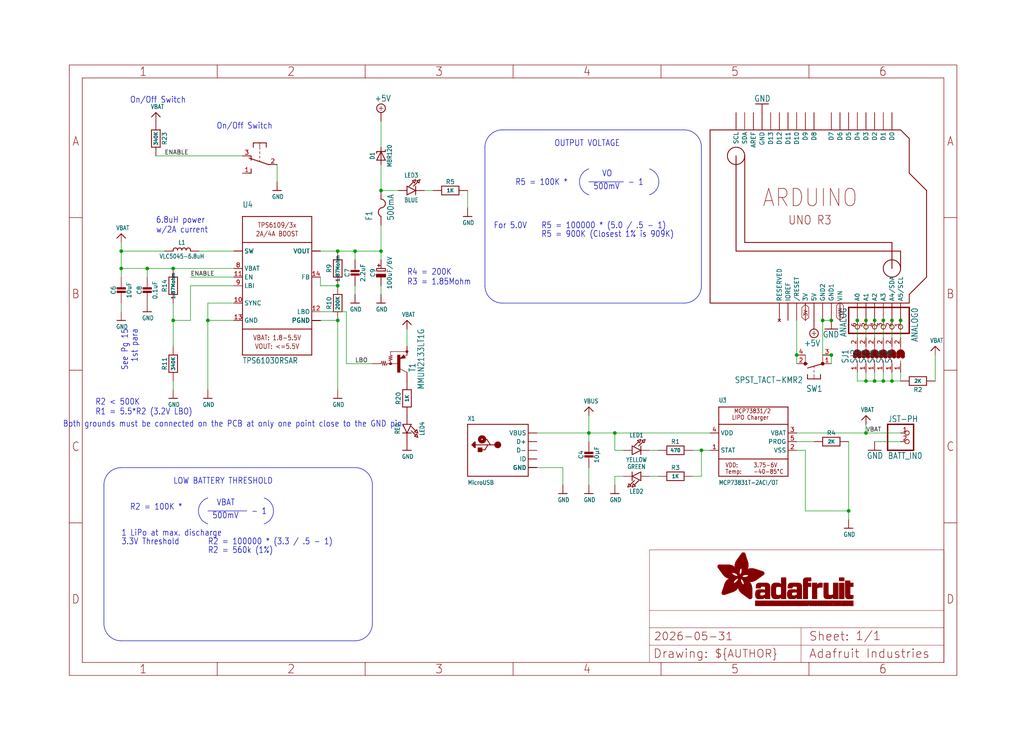
<source format=kicad_sch>
(kicad_sch (version 20230121) (generator eeschema)
  (paper "User" 300.38 217.322)
  (lib_symbols
    (symbol "working-eagle-import:+5V" (power)
      (property "Value" "+5V" (at -1.905 3.175 0))
      (symbol "+5V_1_0"
        (pin power_in line (at 0 -2.54 90) (length 2.54) (name "+5V") (number "1"))
      )
    )
    (symbol "working-eagle-import:-PNP_DRIVER-SC59-BEC"
      (property "Reference" "T" (at -10.16 7.62 0))
      (symbol "-PNP_DRIVER-SC59-BEC_1_0"
        (pin passive line (at -7.62 0 0) (length 2.54) (name "B") (number "B"))
        (pin passive line (at 2.54 -5.08 90) (length 2.54) (name "C") (number "C"))
        (pin passive line (at 2.54 5.08 270) (length 2.54) (name "E") (number "E"))
      )
    )
    (symbol "working-eagle-import:ARDUINOR3-NOSILK"
      (symbol "ARDUINOR3-NOSILK_1_0"
        (text "ARDUINO" (at -17.78 2.54 0) (effects (font (size 5.08 4.318)) (justify left bottom)))
        (text "UNO R3" (at -10.16 -2.54 0) (effects (font (size 2.54 2.159)) (justify left bottom)))
        (pin power_in line (at -5.08 -30.48 90) (length 5.08) (name "3V") (number "3V"))
        (pin power_in line (at -2.54 -30.48 90) (length 5.08) (name "5V") (number "5V"))
        (pin bidirectional line (at 10.16 -30.48 90) (length 5.08) (name "A0") (number "A0"))
        (pin bidirectional line (at 12.7 -30.48 90) (length 5.08) (name "A1") (number "A1"))
        (pin bidirectional line (at 15.24 -30.48 90) (length 5.08) (name "A2") (number "A2"))
        (pin bidirectional line (at 17.78 -30.48 90) (length 5.08) (name "A3") (number "A3"))
        (pin bidirectional line (at 20.32 -30.48 90) (length 5.08) (name "A4/SDA") (number "A4"))
        (pin bidirectional line (at 22.86 -30.48 90) (length 5.08) (name "A5/SCL") (number "A5"))
        (pin bidirectional line (at -20.32 30.48 270) (length 5.08) (name "AREF") (number "AREF"))
        (pin bidirectional line (at 20.32 30.48 270) (length 5.08) (name "D0") (number "D0"))
        (pin bidirectional line (at 17.78 30.48 270) (length 5.08) (name "D1") (number "D1"))
        (pin bidirectional line (at -7.62 30.48 270) (length 5.08) (name "D10") (number "D10"))
        (pin bidirectional line (at -10.16 30.48 270) (length 5.08) (name "D11") (number "D11"))
        (pin bidirectional line (at -12.7 30.48 270) (length 5.08) (name "D12") (number "D12"))
        (pin bidirectional line (at -15.24 30.48 270) (length 5.08) (name "D13") (number "D13"))
        (pin bidirectional line (at 15.24 30.48 270) (length 5.08) (name "D2") (number "D2"))
        (pin bidirectional line (at 12.7 30.48 270) (length 5.08) (name "D3") (number "D3"))
        (pin bidirectional line (at 10.16 30.48 270) (length 5.08) (name "D4") (number "D4"))
        (pin bidirectional line (at 7.62 30.48 270) (length 5.08) (name "D5") (number "D5"))
        (pin bidirectional line (at 5.08 30.48 270) (length 5.08) (name "D6") (number "D6"))
        (pin bidirectional line (at 2.54 30.48 270) (length 5.08) (name "D7") (number "D7"))
        (pin bidirectional line (at -2.54 30.48 270) (length 5.08) (name "D8") (number "D8"))
        (pin bidirectional line (at -5.08 30.48 270) (length 5.08) (name "D9") (number "D9"))
        (pin power_in line (at -17.78 30.48 270) (length 5.08) (name "GND") (number "GND"))
        (pin power_in line (at 2.54 -30.48 90) (length 5.08) (name "GND1") (number "GND1"))
        (pin power_in line (at 0 -30.48 90) (length 5.08) (name "GND2") (number "GND2"))
        (pin output line (at -10.16 -30.48 90) (length 5.08) (name "IOREF") (number "IOREF"))
        (pin no_connect line (at -12.7 -30.48 90) (length 5.08) (name "RESERVED") (number "RESERVED"))
        (pin bidirectional line (at -7.62 -30.48 90) (length 5.08) (name "/RESET") (number "RESET"))
        (pin bidirectional line (at -25.4 30.48 270) (length 5.08) (name "SCL") (number "SCL"))
        (pin bidirectional line (at -22.86 30.48 270) (length 5.08) (name "SDA") (number "SDA"))
        (pin power_in line (at 5.08 -30.48 90) (length 5.08) (name "VIN") (number "VIN"))
      )
    )
    (symbol "working-eagle-import:CAP_CERAMIC0805-NOOUTLINE"
      (property "Reference" "C" (at -2.29 1.25 90))
      (symbol "CAP_CERAMIC0805-NOOUTLINE_1_0"
        (pin passive line (at 0 5.08 270) (length 2.54) (name "1") (number "1"))
        (pin passive line (at 0 -2.54 90) (length 2.54) (name "2") (number "2"))
      )
    )
    (symbol "working-eagle-import:CAP_TANTALUMB/3528_REFLOW"
      (property "Reference" "C" (at -2.39 1.25 90))
      (symbol "CAP_TANTALUMB/3528_REFLOW_1_0"
        (pin passive line (at 0 5.08 270) (length 2.54) (name "+") (number "+"))
        (pin passive line (at 0 -2.54 90) (length 2.54) (name "-") (number "-"))
      )
    )
    (symbol "working-eagle-import:DIODE-SCHOTTKYSOD-123"
      (property "Reference" "D" (at 0 2.54 0))
      (symbol "DIODE-SCHOTTKYSOD-123_1_0"
        (pin passive line (at -2.54 0 0) (length 2.54) (name "A") (number "A"))
        (pin passive line (at 2.54 0 180) (length 2.54) (name "C") (number "C"))
      )
    )
    (symbol "working-eagle-import:FIDUCIAL")
    (symbol "working-eagle-import:FRAME_A4_ADAFRUIT"
      (symbol "FRAME_A4_ADAFRUIT_1_0"
        (text "${#}/${##}" (at 230.505 10.16 0) (effects (font (size 2.54 2.54)) (justify left bottom)))
        (text "${AUTHOR}" (at 189.23 5.08 0) (effects (font (size 2.286 2.286)) (justify left bottom)))
        (text "${CURRENT_DATE}" (at 171.45 10.16 0) (effects (font (size 2.286 2.286)) (justify left bottom)))
        (text "${PROJECTNAME}" (at 171.45 15.24 0) (effects (font (size 2.54 2.54)) (justify left bottom)))
        (text "1" (at 21.6958 1.905 0) (effects (font (size 2.54 2.286))))
        (text "1" (at 21.6958 177.165 0) (effects (font (size 2.54 2.286))))
        (text "2" (at 65.0875 1.905 0) (effects (font (size 2.54 2.286))))
        (text "2" (at 65.0875 177.165 0) (effects (font (size 2.54 2.286))))
        (text "3" (at 108.4792 1.905 0) (effects (font (size 2.54 2.286))))
        (text "3" (at 108.4792 177.165 0) (effects (font (size 2.54 2.286))))
        (text "4" (at 151.8708 1.905 0) (effects (font (size 2.54 2.286))))
        (text "4" (at 151.8708 177.165 0) (effects (font (size 2.54 2.286))))
        (text "5" (at 195.2625 1.905 0) (effects (font (size 2.54 2.286))))
        (text "5" (at 195.2625 177.165 0) (effects (font (size 2.54 2.286))))
        (text "6" (at 238.6542 1.905 0) (effects (font (size 2.54 2.286))))
        (text "6" (at 238.6542 177.165 0) (effects (font (size 2.54 2.286))))
        (text "A" (at 1.905 156.6863 0) (effects (font (size 2.54 2.286))))
        (text "A" (at 258.445 156.6863 0) (effects (font (size 2.54 2.286))))
        (text "Adafruit Industries" (at 216.916 4.953 0) (effects (font (size 2.54 2.54)) (justify left bottom)))
        (text "B" (at 1.905 111.9188 0) (effects (font (size 2.54 2.286))))
        (text "B" (at 258.445 111.9188 0) (effects (font (size 2.54 2.286))))
        (text "C" (at 1.905 67.1513 0) (effects (font (size 2.54 2.286))))
        (text "C" (at 258.445 67.1513 0) (effects (font (size 2.54 2.286))))
        (text "D" (at 1.905 22.3838 0) (effects (font (size 2.54 2.286))))
        (text "D" (at 258.445 22.3838 0) (effects (font (size 2.54 2.286))))
        (text "Drawing:" (at 171.196 4.953 0) (effects (font (size 2.54 2.54)) (justify left bottom)))
        (text "Sheet:" (at 216.916 10.033 0) (effects (font (size 2.54 2.54)) (justify left bottom)))
      )
    )
    (symbol "working-eagle-import:GND" (power)
      (property "Value" "GND" (at -2.54 -2.54 0))
      (symbol "GND_1_0"
        (pin power_in line (at 0 2.54 270) (length 2.54) (name "GND") (number "1"))
      )
    )
    (symbol "working-eagle-import:INDUCTORTDK_VLC5045"
      (property "Reference" "L" (at 0 2.54 0))
      (symbol "INDUCTORTDK_VLC5045_1_0"
        (pin passive line (at -5.08 0 0) (length 2.54) (name "1") (number "P$1"))
        (pin passive line (at 5.08 0 180) (length 2.54) (name "2") (number "P$2"))
      )
    )
    (symbol "working-eagle-import:JST_2PIN-SMT"
      (property "Reference" "CN" (at -6.35 5.715 0))
      (symbol "JST_2PIN-SMT_1_0"
        (pin passive inverted (at -2.54 0 0) (length 2.54) (name "2") (number "1"))
        (pin passive inverted (at -2.54 2.54 0) (length 2.54) (name "1") (number "2"))
      )
    )
    (symbol "working-eagle-import:LED0805_NOOUTLINE"
      (property "Reference" "D" (at -1.27 4.445 0))
      (symbol "LED0805_NOOUTLINE_1_0"
        (pin passive line (at -5.08 0 0) (length 2.54) (name "A") (number "A"))
        (pin passive line (at 2.54 0 180) (length 2.54) (name "C") (number "C"))
      )
    )
    (symbol "working-eagle-import:MCP73831/2"
      (property "Reference" "U" (at -10.16 11.43 0))
      (symbol "MCP73831/2_1_0"
        (text "-40-85°C" (at 0 -9.525 0) (effects (font (size 1.27 1.0795)) (justify left bottom)))
        (text "3.75-6V" (at 0 -7.62 0) (effects (font (size 1.27 1.0795)) (justify left bottom)))
        (text "LIPO Charger" (at -6.35 6.35 0) (effects (font (size 1.27 1.0795)) (justify left bottom)))
        (text "MCP73831/2" (at -5.715 8.255 0) (effects (font (size 1.27 1.0795)) (justify left bottom)))
        (text "Temp:" (at -8.255 -9.525 0) (effects (font (size 1.27 1.0795)) (justify left bottom)))
        (text "VDD:" (at -8.255 -7.62 0) (effects (font (size 1.27 1.0795)) (justify left bottom)))
        (pin output line (at -12.7 -2.54 0) (length 2.54) (name "STAT") (number "1"))
        (pin power_in line (at 12.7 -2.54 180) (length 2.54) (name "VSS") (number "2"))
        (pin power_in line (at 12.7 2.54 180) (length 2.54) (name "VBAT") (number "3"))
        (pin power_in line (at -12.7 2.54 0) (length 2.54) (name "VDD") (number "4"))
        (pin input line (at 12.7 0 180) (length 2.54) (name "PROG") (number "5"))
      )
    )
    (symbol "working-eagle-import:OS102011MA1Q"
      (symbol "OS102011MA1Q_1_0"
        (pin passive line (at 2.54 5.08 270) (length 2.54) (name "S") (number "1"))
        (pin passive line (at 0 -5.08 90) (length 2.54) (name "P") (number "2"))
        (pin passive line (at -2.54 5.08 270) (length 2.54) (name "O") (number "3"))
      )
      (symbol "OS102011MA1Q_2_0"
        (pin passive line (at 0 0 0) (length 5.08) (name "MT") (number "MT1"))
      )
      (symbol "OS102011MA1Q_3_0"
        (pin passive line (at 0 0 0) (length 5.08) (name "MT") (number "MT2"))
      )
    )
    (symbol "working-eagle-import:PINHD-1X6"
      (property "Reference" "JP" (at -6.35 10.795 0))
      (symbol "PINHD-1X6_1_0"
        (pin passive inverted (at -2.54 7.62 0) (length 2.54) (name "1") (number "1"))
        (pin passive inverted (at -2.54 5.08 0) (length 2.54) (name "2") (number "2"))
        (pin passive inverted (at -2.54 2.54 0) (length 2.54) (name "3") (number "3"))
        (pin passive inverted (at -2.54 0 0) (length 2.54) (name "4") (number "4"))
        (pin passive inverted (at -2.54 -2.54 0) (length 2.54) (name "5") (number "5"))
        (pin passive inverted (at -2.54 -5.08 0) (length 2.54) (name "6") (number "6"))
      )
    )
    (symbol "working-eagle-import:PTCFUSE-1206"
      (property "Reference" "F" (at -3.81 5.08 0))
      (symbol "PTCFUSE-1206_1_0"
        (pin passive line (at -5.08 2.54 0) (length 2.54) (name "1") (number "1"))
        (pin passive line (at 5.08 2.54 180) (length 2.54) (name "2") (number "2"))
      )
    )
    (symbol "working-eagle-import:RESISTOR0805_NOOUTLINE"
      (property "Reference" "R" (at 0 2.54 0))
      (symbol "RESISTOR0805_NOOUTLINE_1_0"
        (pin passive line (at -5.08 0 0) (length 2.54) (name "1") (number "1"))
        (pin passive line (at 5.08 0 180) (length 2.54) (name "2") (number "2"))
      )
    )
    (symbol "working-eagle-import:SOLDERJUMPER"
      (property "Reference" "SJ" (at -2.54 2.54 0))
      (symbol "SOLDERJUMPER_1_0"
        (pin passive line (at -5.08 0 0) (length 2.54) (name "1") (number "1"))
        (pin passive line (at 5.08 0 180) (length 2.54) (name "2") (number "2"))
      )
    )
    (symbol "working-eagle-import:SPST_TACT-KMR2"
      (property "Reference" "SW" (at -6.35 -2.54 90))
      (symbol "SPST_TACT-KMR2_1_0"
        (pin passive line (at 0 -5.08 90) (length 2.54) (name "P") (number "1"))
        (pin passive line (at 0 5.08 270) (length 2.54) (name "S") (number "2"))
        (pin passive line (at 2.54 -5.08 90) (length 2.54) (name "P1") (number "3"))
        (pin passive line (at 2.54 5.08 270) (length 2.54) (name "S1") (number "4"))
      )
    )
    (symbol "working-eagle-import:USBMICRO_20329"
      (property "Reference" "X" (at -10.16 8.636 0))
      (symbol "USBMICRO_20329_1_0"
        (pin power_in line (at 10.16 -5.08 180) (length 2.54) (name "GND") (number "BASE@1"))
        (pin power_in line (at 10.16 -5.08 180) (length 2.54) (name "GND") (number "BASE@2"))
        (pin bidirectional line (at 10.16 2.54 180) (length 2.54) (name "D+") (number "D+"))
        (pin bidirectional line (at 10.16 0 180) (length 2.54) (name "D-") (number "D-"))
        (pin power_in line (at 10.16 -5.08 180) (length 2.54) (name "GND") (number "GND"))
        (pin bidirectional line (at 10.16 -2.54 180) (length 2.54) (name "ID") (number "ID"))
        (pin power_in line (at 10.16 -5.08 180) (length 2.54) (name "GND") (number "SPRT@1"))
        (pin power_in line (at 10.16 -5.08 180) (length 2.54) (name "GND") (number "SPRT@2"))
        (pin power_in line (at 10.16 -5.08 180) (length 2.54) (name "GND") (number "SPRT@3"))
        (pin power_in line (at 10.16 -5.08 180) (length 2.54) (name "GND") (number "SPRT@4"))
        (pin power_in line (at 10.16 5.08 180) (length 2.54) (name "VBUS") (number "VBUS"))
      )
    )
    (symbol "working-eagle-import:VBAT" (power)
      (property "Value" "VBAT" (at -1.524 1.016 0))
      (symbol "VBAT_1_0"
        (pin power_in line (at 0 -2.54 90) (length 2.54) (name "VBAT") (number "1"))
      )
    )
    (symbol "working-eagle-import:VBUS" (power)
      (property "Value" "VBUS" (at -1.524 1.016 0))
      (symbol "VBUS_1_0"
        (pin power_in line (at 0 -2.54 90) (length 2.54) (name "VBUS") (number "1"))
      )
    )
    (symbol "working-eagle-import:VREG_TPS6103X"
      (property "Reference" "U" (at -10.16 22.86 0))
      (symbol "VREG_TPS6103X_1_0"
        (text "2A/4A BOOST" (at 0 15.24 0) (effects (font (size 1.4224 1.209))))
        (text "TPS6109/3x" (at 0 17.78 0) (effects (font (size 1.4224 1.209))))
        (text "VBAT: 1.8-5.5V" (at 0 -15.24 0) (effects (font (size 1.4224 1.209))))
        (text "VOUT: <=5.5V" (at 0 -17.78 0) (effects (font (size 1.4224 1.209))))
        (pin power_in line (at 12.7 10.16 180) (length 2.54) (name "VOUT") (number "1"))
        (pin input line (at -12.7 -5.08 0) (length 2.54) (name "SYNC") (number "10"))
        (pin input line (at -12.7 2.54 0) (length 2.54) (name "EN") (number "11"))
        (pin output line (at 12.7 -7.62 180) (length 2.54) (name "LBO") (number "12"))
        (pin power_in line (at -12.7 -10.16 0) (length 2.54) (name "GND") (number "13"))
        (pin input line (at 12.7 2.54 180) (length 2.54) (name "FB") (number "14"))
        (pin power_in line (at 12.7 10.16 180) (length 2.54) (name "VOUT") (number "15"))
        (pin power_in line (at 12.7 10.16 180) (length 2.54) (name "VOUT") (number "16"))
        (pin input line (at -12.7 10.16 0) (length 2.54) (name "SW") (number "3"))
        (pin input line (at -12.7 10.16 0) (length 2.54) (name "SW") (number "4"))
        (pin power_in line (at 12.7 -10.16 180) (length 2.54) (name "PGND") (number "5"))
        (pin power_in line (at 12.7 -10.16 180) (length 2.54) (name "PGND") (number "6"))
        (pin power_in line (at 12.7 -10.16 180) (length 2.54) (name "PGND") (number "7"))
        (pin input line (at -12.7 5.08 0) (length 2.54) (name "VBAT") (number "8"))
        (pin input line (at -12.7 0 0) (length 2.54) (name "LBI") (number "9"))
        (pin power_in line (at 12.7 -10.16 180) (length 2.54) (name "PGND") (number "P$18"))
        (pin power_in line (at 12.7 -10.16 180) (length 2.54) (name "PGND") (number "P$19"))
        (pin power_in line (at 12.7 -10.16 180) (length 2.54) (name "PGND") (number "P$20"))
        (pin power_in line (at 12.7 -10.16 180) (length 2.54) (name "PGND") (number "P$21"))
        (pin power_in line (at 12.7 -10.16 180) (length 2.54) (name "PGND") (number "P$22"))
        (pin power_in line (at 12.7 -10.16 180) (length 2.54) (name "PGND") (number "THERMAL"))
      )
    )
    (symbol "working-eagle-import:microbuilder_GND" (power)
      (property "Value" "microbuilder_GND" (at -1.524 -2.54 0))
      (symbol "microbuilder_GND_1_0"
        (pin power_in line (at 0 2.54 270) (length 2.54) (name "GND") (number "1"))
      )
    )
  )
  (junction (at 180.34 127))
  (junction (at 111.76 55.88))
  (junction (at 254 127))
  (junction (at 205.74 132.08))
  (junction (at 35.56 78.74))
  (junction (at 261.62 111.76))
  (junction (at 111.76 73.66))
  (junction (at 256.54 111.76))
  (junction (at 104.14 73.66))
  (junction (at 50.8 93.98))
  (junction (at 254 93.98))
  (junction (at 99.06 83.82))
  (junction (at 50.8 78.74))
  (junction (at 43.18 78.74))
  (junction (at 261.62 93.98))
  (junction (at 35.56 73.66))
  (junction (at 256.54 93.98))
  (junction (at 248.92 149.86))
  (junction (at 241.3 93.98))
  (junction (at 99.06 73.66))
  (junction (at 259.08 93.98))
  (junction (at 264.16 93.98))
  (junction (at 243.84 104.14))
  (junction (at 254 111.76))
  (junction (at 172.72 127))
  (junction (at 233.68 104.14))
  (junction (at 99.06 93.98))
  (junction (at 243.84 93.98))
  (junction (at 251.46 93.98))
  (junction (at 60.96 93.98))
  (junction (at 259.08 111.76))
  (wire (pts (xy 119.38 101.6) (xy 119.38 96.52)) (stroke (width 0.1524)))
  (wire (pts (xy 50.8 93.98) (xy 50.8 88.9)) (stroke (width 0.1524)))
  (wire (pts (xy 68.58 93.98) (xy 60.96 93.98)) (stroke (width 0.1524)))
  (wire (pts (xy 193.04 139.7) (xy 190.5 139.7)) (stroke (width 0.1524)))
  (wire (pts (xy 261.62 111.76) (xy 264.16 111.76)) (stroke (width 0.1524)))
  (wire (pts (xy 180.34 127) (xy 208.28 127)) (stroke (width 0.1524)))
  (wire (pts (xy 99.06 93.98) (xy 99.06 114.3)) (stroke (width 0.1524)))
  (polyline (pts (xy 35.56 137.16) (xy 104.14 137.16)) (stroke (width 0.1524) (type solid)))
  (wire (pts (xy 203.2 139.7) (xy 205.74 139.7)) (stroke (width 0.1524)))
  (wire (pts (xy 243.84 93.98) (xy 241.3 93.98)) (stroke (width 0.1524)))
  (wire (pts (xy 43.18 78.74) (xy 35.56 78.74)) (stroke (width 0.1524)))
  (polyline (pts (xy 142.24 83.82) (xy 142.24 43.18)) (stroke (width 0.1524) (type solid)))
  (wire (pts (xy 256.54 129.54) (xy 264.16 129.54)) (stroke (width 0.1524)))
  (wire (pts (xy 180.34 132.08) (xy 180.34 127)) (stroke (width 0.1524)))
  (polyline (pts (xy 30.48 182.88) (xy 30.48 142.24)) (stroke (width 0.1524) (type solid)))
  (wire (pts (xy 190.5 132.08) (xy 193.04 132.08)) (stroke (width 0.1524)))
  (wire (pts (xy 93.98 83.82) (xy 99.06 83.82)) (stroke (width 0.1524)))
  (wire (pts (xy 43.18 81.28) (xy 43.18 78.74)) (stroke (width 0.1524)))
  (wire (pts (xy 241.3 104.14) (xy 241.3 93.98)) (stroke (width 0.1524)))
  (wire (pts (xy 172.72 121.92) (xy 172.72 127)) (stroke (width 0.1524)))
  (wire (pts (xy 157.48 127) (xy 172.72 127)) (stroke (width 0.1524)))
  (wire (pts (xy 55.88 93.98) (xy 55.88 83.82)) (stroke (width 0.1524)))
  (wire (pts (xy 93.98 73.66) (xy 99.06 73.66)) (stroke (width 0.1524)))
  (wire (pts (xy 68.58 83.82) (xy 55.88 83.82)) (stroke (width 0.1524)))
  (wire (pts (xy 254 111.76) (xy 256.54 111.76)) (stroke (width 0.1524)))
  (wire (pts (xy 50.8 93.98) (xy 50.8 101.6)) (stroke (width 0.1524)))
  (wire (pts (xy 35.56 73.66) (xy 35.56 78.74)) (stroke (width 0.1524)))
  (wire (pts (xy 236.22 132.08) (xy 236.22 149.86)) (stroke (width 0.1524)))
  (wire (pts (xy 111.76 55.88) (xy 111.76 48.26)) (stroke (width 0.1524)))
  (wire (pts (xy 35.56 78.74) (xy 35.56 81.28)) (stroke (width 0.1524)))
  (wire (pts (xy 248.92 149.86) (xy 248.92 152.4)) (stroke (width 0.1524)))
  (wire (pts (xy 111.76 83.82) (xy 111.76 86.36)) (stroke (width 0.1524)))
  (wire (pts (xy 264.16 99.06) (xy 264.16 93.98)) (stroke (width 0.1524)))
  (polyline (pts (xy 172.72 53.34) (xy 182.88 53.34)) (stroke (width 0.1524) (type solid)))
  (wire (pts (xy 172.72 137.16) (xy 172.72 142.24)) (stroke (width 0.1524)))
  (wire (pts (xy 261.62 109.22) (xy 261.62 111.76)) (stroke (width 0.1524)))
  (wire (pts (xy 205.74 132.08) (xy 208.28 132.08)) (stroke (width 0.1524)))
  (wire (pts (xy 248.92 129.54) (xy 248.92 149.86)) (stroke (width 0.1524)))
  (wire (pts (xy 233.68 104.14) (xy 233.68 93.98)) (stroke (width 0.1524)))
  (wire (pts (xy 55.88 93.98) (xy 50.8 93.98)) (stroke (width 0.1524)))
  (wire (pts (xy 251.46 111.76) (xy 254 111.76)) (stroke (width 0.1524)))
  (polyline (pts (xy 60.96 149.86) (xy 72.39 149.86)) (stroke (width 0.1524) (type solid)))
  (wire (pts (xy 104.14 73.66) (xy 111.76 73.66)) (stroke (width 0.1524)))
  (wire (pts (xy 233.68 129.54) (xy 238.76 129.54)) (stroke (width 0.1524)))
  (wire (pts (xy 243.84 106.68) (xy 243.84 104.14)) (stroke (width 0.1524)))
  (wire (pts (xy 251.46 109.22) (xy 251.46 111.76)) (stroke (width 0.1524)))
  (wire (pts (xy 256.54 111.76) (xy 259.08 111.76)) (stroke (width 0.1524)))
  (wire (pts (xy 172.72 129.54) (xy 172.72 127)) (stroke (width 0.1524)))
  (wire (pts (xy 254 127) (xy 264.16 127)) (stroke (width 0.1524)))
  (wire (pts (xy 261.62 99.06) (xy 261.62 93.98)) (stroke (width 0.1524)))
  (wire (pts (xy 259.08 99.06) (xy 259.08 93.98)) (stroke (width 0.1524)))
  (wire (pts (xy 60.96 88.9) (xy 60.96 93.98)) (stroke (width 0.1524)))
  (wire (pts (xy 68.58 73.66) (xy 58.42 73.66)) (stroke (width 0.1524)))
  (wire (pts (xy 264.16 111.76) (xy 264.16 109.22)) (stroke (width 0.1524)))
  (wire (pts (xy 60.96 93.98) (xy 60.96 114.3)) (stroke (width 0.1524)))
  (wire (pts (xy 274.32 104.14) (xy 274.32 111.76)) (stroke (width 0.1524)))
  (wire (pts (xy 93.98 81.28) (xy 93.98 83.82)) (stroke (width 0.1524)))
  (wire (pts (xy 93.98 93.98) (xy 99.06 93.98)) (stroke (width 0.1524)))
  (wire (pts (xy 165.1 137.16) (xy 165.1 142.24)) (stroke (width 0.1524)))
  (wire (pts (xy 124.46 55.88) (xy 127 55.88)) (stroke (width 0.1524)))
  (wire (pts (xy 259.08 111.76) (xy 261.62 111.76)) (stroke (width 0.1524)))
  (wire (pts (xy 50.8 78.74) (xy 43.18 78.74)) (stroke (width 0.1524)))
  (wire (pts (xy 203.2 132.08) (xy 205.74 132.08)) (stroke (width 0.1524)))
  (wire (pts (xy 81.28 48.26) (xy 81.28 53.34)) (stroke (width 0.1524)))
  (wire (pts (xy 254 124.46) (xy 254 127)) (stroke (width 0.1524)))
  (wire (pts (xy 251.46 99.06) (xy 251.46 93.98)) (stroke (width 0.1524)))
  (wire (pts (xy 111.76 55.88) (xy 116.84 55.88)) (stroke (width 0.1524)))
  (wire (pts (xy 101.6 106.68) (xy 109.22 106.68)) (stroke (width 0.1524)))
  (wire (pts (xy 254 127) (xy 233.68 127)) (stroke (width 0.1524)))
  (wire (pts (xy 104.14 76.2) (xy 104.14 73.66)) (stroke (width 0.1524)))
  (wire (pts (xy 101.6 91.44) (xy 101.6 106.68)) (stroke (width 0.1524)))
  (wire (pts (xy 254 93.98) (xy 254 99.06)) (stroke (width 0.1524)))
  (wire (pts (xy 99.06 73.66) (xy 104.14 73.66)) (stroke (width 0.1524)))
  (wire (pts (xy 182.88 139.7) (xy 180.34 139.7)) (stroke (width 0.1524)))
  (wire (pts (xy 259.08 111.76) (xy 259.08 109.22)) (stroke (width 0.1524)))
  (wire (pts (xy 35.56 73.66) (xy 35.56 71.12)) (stroke (width 0.1524)))
  (wire (pts (xy 50.8 114.3) (xy 50.8 111.76)) (stroke (width 0.1524)))
  (wire (pts (xy 35.56 88.9) (xy 35.56 91.44)) (stroke (width 0.1524)))
  (wire (pts (xy 233.68 106.68) (xy 233.68 104.14)) (stroke (width 0.1524)))
  (wire (pts (xy 111.76 43.18) (xy 111.76 35.56)) (stroke (width 0.1524)))
  (wire (pts (xy 180.34 139.7) (xy 180.34 142.24)) (stroke (width 0.1524)))
  (polyline (pts (xy 200.66 88.9) (xy 147.32 88.9)) (stroke (width 0.1524) (type solid)))
  (wire (pts (xy 48.26 73.66) (xy 35.56 73.66)) (stroke (width 0.1524)))
  (wire (pts (xy 104.14 83.82) (xy 104.14 86.36)) (stroke (width 0.1524)))
  (wire (pts (xy 182.88 132.08) (xy 180.34 132.08)) (stroke (width 0.1524)))
  (wire (pts (xy 256.54 93.98) (xy 256.54 99.06)) (stroke (width 0.1524)))
  (wire (pts (xy 93.98 91.44) (xy 101.6 91.44)) (stroke (width 0.1524)))
  (wire (pts (xy 256.54 111.76) (xy 256.54 109.22)) (stroke (width 0.1524)))
  (wire (pts (xy 254 109.22) (xy 254 111.76)) (stroke (width 0.1524)))
  (wire (pts (xy 205.74 139.7) (xy 205.74 132.08)) (stroke (width 0.1524)))
  (wire (pts (xy 68.58 88.9) (xy 60.96 88.9)) (stroke (width 0.1524)))
  (polyline (pts (xy 104.14 187.96) (xy 35.56 187.96)) (stroke (width 0.1524) (type solid)))
  (wire (pts (xy 172.72 127) (xy 180.34 127)) (stroke (width 0.1524)))
  (wire (pts (xy 157.48 137.16) (xy 165.1 137.16)) (stroke (width 0.1524)))
  (wire (pts (xy 236.22 149.86) (xy 248.92 149.86)) (stroke (width 0.1524)))
  (wire (pts (xy 111.76 73.66) (xy 111.76 76.2)) (stroke (width 0.1524)))
  (wire (pts (xy 243.84 104.14) (xy 241.3 104.14)) (stroke (width 0.1524)))
  (wire (pts (xy 233.68 132.08) (xy 236.22 132.08)) (stroke (width 0.1524)))
  (wire (pts (xy 68.58 81.28) (xy 55.88 81.28)) (stroke (width 0.1524)))
  (wire (pts (xy 111.76 66.04) (xy 111.76 73.66)) (stroke (width 0.1524)))
  (polyline (pts (xy 147.32 38.1) (xy 200.66 38.1)) (stroke (width 0.1524) (type solid)))
  (polyline (pts (xy 205.74 43.18) (xy 205.74 83.82)) (stroke (width 0.1524) (type solid)))
  (wire (pts (xy 68.58 78.74) (xy 50.8 78.74)) (stroke (width 0.1524)))
  (polyline (pts (xy 109.22 142.24) (xy 109.22 182.88)) (stroke (width 0.1524) (type solid)))
  (wire (pts (xy 71.12 45.72) (xy 45.72 45.72)) (stroke (width 0.1524)))
  (wire (pts (xy 137.16 55.88) (xy 137.16 60.96)) (stroke (width 0.1524)))
  (arc (start 205.74 83.82) (mid 204.2521 87.4121) (end 200.66 88.9) (stroke (width 0.1524)))
  (arc (start 77.47 146.05) (mid 80.2161 149.86) (end 77.47 153.67) (stroke (width 0.1524)))
  (arc (start 172.7202 57.1501) (mid 169.9739 53.3401) (end 172.72 49.53) (stroke (width 0.1524)))
  (arc (start 109.22 182.88) (mid 107.7321 186.4721) (end 104.14 187.96) (stroke (width 0.1524)))
  (arc (start 142.24 43.18) (mid 143.7279 39.5879) (end 147.32 38.1) (stroke (width 0.1524)))
  (arc (start 104.14 137.16) (mid 107.7321 138.6479) (end 109.22 142.24) (stroke (width 0.1524)))
  (arc (start 35.56 187.96) (mid 31.9679 186.4721) (end 30.48 182.88) (stroke (width 0.1524)))
  (arc (start 190.5 49.53) (mid 193.2461 53.34) (end 190.5 57.15) (stroke (width 0.1524)))
  (arc (start 30.48 142.24) (mid 31.9679 138.6479) (end 35.56 137.16) (stroke (width 0.1524)))
  (arc (start 200.66 38.1) (mid 204.2521 39.5879) (end 205.74 43.18) (stroke (width 0.1524)))
  (arc (start 147.32 88.9) (mid 143.7279 87.4121) (end 142.24 83.82) (stroke (width 0.1524)))
  (arc (start 60.9602 153.6701) (mid 58.2139 149.8601) (end 60.96 146.05) (stroke (width 0.1524)))
  (text "3.3V Threshold" (at 35.56 160.02 0) (effects (font (size 1.778 1.5113)) (justify left bottom)))
  (text "R2 < 500K\nR1 = 5.5*R2 (3.2V LBO)" (at 27.94 121.92 0) (effects (font (size 1.778 1.5113)) (justify left bottom)))
  (text "R5 = 100K *" (at 151.13 54.61 0) (effects (font (size 1.778 1.5113)) (justify left bottom)))
  (text "VO" (at 176.53 52.07 0) (effects (font (size 1.778 1.5113)) (justify left bottom)))
  (text "6.8uH power\nw/2A current" (at 45.72 68.58 0) (effects (font (size 1.778 1.5113)) (justify left bottom)))
  (text "R4 = 200K\nR3 = 1.85Mohm" (at 119.38 83.82 0) (effects (font (size 1.778 1.5113)) (justify left bottom)))
  (text "- 1" (at 73.66 151.13 0) (effects (font (size 1.778 1.5113)) (justify left bottom)))
  (text "On/Off Switch" (at 38.1 30.48 0) (effects (font (size 1.778 1.5113)) (justify left bottom)))
  (text "VBAT" (at 63.5 148.59 0) (effects (font (size 1.778 1.5113)) (justify left bottom)))
  (text "LOW BATTERY THRESHOLD" (at 50.8 142.24 0) (effects (font (size 1.778 1.5113)) (justify left bottom)))
  (text "OUTPUT VOLTAGE" (at 162.56 43.18 0) (effects (font (size 1.778 1.5113)) (justify left bottom)))
  (text "For 5.0V" (at 144.78 67.31 0) (effects (font (size 1.778 1.5113)) (justify left bottom)))
  (text "R2 = 560k (1%)" (at 60.96 162.56 0) (effects (font (size 1.778 1.5113)) (justify left bottom)))
  (text "500mV" (at 62.23 152.4 0) (effects (font (size 1.778 1.5113)) (justify left bottom)))
  (text "R5 = 100000 * (5.0 / .5 - 1)" (at 158.75 67.31 0) (effects (font (size 1.778 1.5113)) (justify left bottom)))
  (text "On/Off Switch" (at 63.5 38.1 0) (effects (font (size 1.778 1.5113)) (justify left bottom)))
  (text "See Pg 15\n1st para" (at 35.56 96.52 90) (effects (font (size 1.778 1.5113)) (justify right top)))
  (text "R2 = 100K *" (at 38.1 149.86 0) (effects (font (size 1.778 1.5113)) (justify left bottom)))
  (text "R5 = 900K (Closest 1% is 909K)" (at 158.75 69.85 0) (effects (font (size 1.778 1.5113)) (justify left bottom)))
  (text "Both grounds must be connected on the PCB at only one point close to the GND pin." (at 68.58 124.46 0) (effects (font (size 1.778 1.5113))))
  (text "- 1" (at 184.15 54.61 0) (effects (font (size 1.778 1.5113)) (justify left bottom)))
  (text "500mV" (at 173.99 55.88 0) (effects (font (size 1.778 1.5113)) (justify left bottom)))
  (text "1 LiPo at max. discharge" (at 35.56 157.48 0) (effects (font (size 1.778 1.5113)) (justify left bottom)))
  (text "R2 = 100000 * (3.3 / .5 - 1)" (at 60.96 160.02 0) (effects (font (size 1.778 1.5113)) (justify left bottom)))
  (label "LBO" (at 104.14 106.68 0) (effects (font (size 1.2446 1.2446))))
  (label "ENABLE" (at 48.26 45.72 0) (effects (font (size 1.2446 1.2446))))
  (label "VBAT" (at 254 127 0) (effects (font (size 1.2446 1.2446))))
  (label "ENABLE" (at 55.88 81.28 0) (effects (font (size 1.2446 1.2446))))
  (global_label "VIN" (shape bidirectional) (at 246.38 93.98 90) (effects (font (size 1.016 1.016))) (property "Intersheetrefs" "${INTERSHEET_REFS}" (effects hide)))
  (global_label "3V" (shape bidirectional) (at 236.22 93.98 90) (effects (font (size 1.016 1.016))) (property "Intersheetrefs" "${INTERSHEET_REFS}" (effects hide)))
  (symbol (lib_id "working-eagle-import:GND") (at 243.84 96.52 0) (unit 1)
    (property "Reference" "#GND1" (effects hide))
    (property "Value" "GND" (at 241.3 99.06 0) (effects (font (size 1.778 1.5113)) (justify left bottom)))
  )
  (symbol (lib_id "working-eagle-import:microbuilder_GND") (at 60.96 116.84 0) (unit 1)
    (property "Reference" "#U$21" (effects hide))
    (property "Value" "GND" (at 59.436 119.38 0) (effects (font (size 1.27 1.0795)) (justify left bottom)))
  )
  (symbol (lib_id "working-eagle-import:RESISTOR0805_NOOUTLINE") (at 119.38 116.84 90) (unit 1)
    (property "Reference" "R20" (at 116.84 116.84 0))
    (property "Value" "1K" (at 119.38 116.84 0) (effects (font (size 1.016 1.016) bold)))
    (property "Footprint" "working:0805-NO" (effects hide))
  )
  (symbol (lib_id "working-eagle-import:RESISTOR0805_NOOUTLINE") (at 99.06 88.9 90) (unit 1)
    (property "Reference" "R10" (at 96.52 88.9 0))
    (property "Value" "200K" (at 99.06 88.9 0) (effects (font (size 1.016 1.016) bold)))
    (property "Footprint" "working:0805-NO" (effects hide))
  )
  (symbol (lib_id "working-eagle-import:-PNP_DRIVER-SC59-BEC") (at 116.84 106.68 0) (unit 1)
    (property "Reference" "T1" (at 121.92 109.22 90) (effects (font (size 1.778 1.5113)) (justify left bottom)))
    (property "Value" "MMUN2133LT1G" (at 124.46 114.3 90) (effects (font (size 1.778 1.5113)) (justify left bottom)))
    (property "Footprint" "working:SC59-BEC" (effects hide))
  )
  (symbol (lib_id "working-eagle-import:microbuilder_GND") (at 35.56 93.98 0) (unit 1)
    (property "Reference" "#U$22" (effects hide))
    (property "Value" "GND" (at 34.036 96.52 0) (effects (font (size 1.27 1.0795)) (justify left bottom)))
  )
  (symbol (lib_id "working-eagle-import:MCP73831/2") (at 220.98 129.54 0) (unit 1)
    (property "Reference" "U3" (at 210.82 118.11 0) (effects (font (size 1.27 1.0795)) (justify left bottom)))
    (property "Value" "MCP73831T-2ACI/OT" (at 210.82 142.24 0) (effects (font (size 1.27 1.0795)) (justify left bottom)))
    (property "Footprint" "working:SOT23-5" (effects hide))
  )
  (symbol (lib_id "working-eagle-import:microbuilder_GND") (at 111.76 88.9 0) (unit 1)
    (property "Reference" "#U$31" (effects hide))
    (property "Value" "GND" (at 110.236 91.44 0) (effects (font (size 1.27 1.0795)) (justify left bottom)))
  )
  (symbol (lib_id "working-eagle-import:VBUS") (at 172.72 119.38 0) (unit 1)
    (property "Reference" "#U$2" (effects hide))
    (property "Value" "VBUS" (at 171.196 118.364 0) (effects (font (size 1.27 1.0795)) (justify left bottom)))
  )
  (symbol (lib_id "working-eagle-import:VBAT") (at 35.56 68.58 0) (unit 1)
    (property "Reference" "#U$25" (effects hide))
    (property "Value" "VBAT" (at 34.036 67.564 0) (effects (font (size 1.27 1.0795)) (justify left bottom)))
  )
  (symbol (lib_id "working-eagle-import:GND") (at 223.52 30.48 180) (unit 1)
    (property "Reference" "#GND6" (effects hide))
    (property "Value" "GND" (at 226.06 27.94 0) (effects (font (size 1.778 1.5113)) (justify left bottom)))
  )
  (symbol (lib_id "working-eagle-import:+5V") (at 238.76 96.52 180) (unit 1)
    (property "Reference" "#SUPPLY5" (effects hide))
    (property "Value" "+5V" (at 240.665 99.695 0) (effects (font (size 1.778 1.5113)) (justify left bottom)))
  )
  (symbol (lib_id "working-eagle-import:CAP_CERAMIC0805-NOOUTLINE") (at 104.14 81.28 0) (unit 1)
    (property "Reference" "C7" (at 101.85 80.03 90))
    (property "Value" "2.2uF" (at 106.44 80.03 90))
    (property "Footprint" "working:0805-NO" (effects hide))
  )
  (symbol (lib_id "working-eagle-import:PTCFUSE-1206") (at 114.3 60.96 90) (unit 1)
    (property "Reference" "F1" (at 109.22 64.77 0) (effects (font (size 1.778 1.5113)) (justify left bottom)))
    (property "Value" "500mA" (at 115.57 64.77 0) (effects (font (size 1.778 1.5113)) (justify left bottom)))
    (property "Footprint" "working:R1206" (effects hide))
  )
  (symbol (lib_id "working-eagle-import:microbuilder_GND") (at 50.8 116.84 0) (unit 1)
    (property "Reference" "#U$20" (effects hide))
    (property "Value" "GND" (at 49.276 119.38 0) (effects (font (size 1.27 1.0795)) (justify left bottom)))
  )
  (symbol (lib_id "working-eagle-import:VREG_TPS6103X") (at 81.28 83.82 0) (unit 1)
    (property "Reference" "U4" (at 71.12 60.96 0) (effects (font (size 1.6764 1.4249)) (justify left bottom)))
    (property "Value" "TPS61030RSAR" (at 71.12 106.68 0) (effects (font (size 1.6764 1.4249)) (justify left bottom)))
    (property "Footprint" "working:PVQFN-16" (effects hide))
  )
  (symbol (lib_id "working-eagle-import:RESISTOR0805_NOOUTLINE") (at 198.12 132.08 0) (unit 1)
    (property "Reference" "R1" (at 198.12 129.54 0))
    (property "Value" "470" (at 198.12 132.08 0) (effects (font (size 1.016 1.016) bold)))
    (property "Footprint" "working:0805-NO" (effects hide))
  )
  (symbol (lib_id "working-eagle-import:SOLDERJUMPER") (at 254 104.14 90) (unit 1)
    (property "Reference" "SJ2" (at 251.46 106.68 0) (effects (font (size 1.778 1.5113)) (justify left bottom)))
    (property "Value" "SOLDERJUMPER" (effects hide))
    (property "Footprint" "working:SOLDERJUMPER_ARROW_NOPASTE" (effects hide))
  )
  (symbol (lib_id "working-eagle-import:SOLDERJUMPER") (at 256.54 104.14 90) (unit 1)
    (property "Reference" "SJ3" (at 254 106.68 0) (effects (font (size 1.778 1.5113)) (justify left bottom)))
    (property "Value" "SOLDERJUMPER" (effects hide))
    (property "Footprint" "working:SOLDERJUMPER_ARROW_NOPASTE" (effects hide))
  )
  (symbol (lib_id "working-eagle-import:CAP_TANTALUMB/3528_REFLOW") (at 111.76 81.28 0) (unit 1)
    (property "Reference" "C9" (at 109.37 80.03 90))
    (property "Value" "100uF/6V" (at 114.26 80.03 90))
    (property "Footprint" "working:EIA3528-21_B-R" (effects hide))
  )
  (symbol (lib_id "working-eagle-import:microbuilder_GND") (at 104.14 88.9 0) (unit 1)
    (property "Reference" "#U$30" (effects hide))
    (property "Value" "GND" (at 102.616 91.44 0) (effects (font (size 1.27 1.0795)) (justify left bottom)))
  )
  (symbol (lib_id "working-eagle-import:JST_2PIN-SMT") (at 266.7 127 0) (mirror x) (unit 1)
    (property "Reference" "BATT_IN0" (at 260.35 132.715 0) (effects (font (size 1.778 1.5113)) (justify left bottom)))
    (property "Value" "JST-PH" (at 260.35 121.92 0) (effects (font (size 1.778 1.5113)) (justify left bottom)))
    (property "Footprint" "working:JST-PH-2-SMT" (effects hide))
  )
  (symbol (lib_id "working-eagle-import:microbuilder_GND") (at 165.1 144.78 0) (unit 1)
    (property "Reference" "#U$9" (effects hide))
    (property "Value" "GND" (at 163.576 147.32 0) (effects (font (size 1.27 1.0795)) (justify left bottom)))
  )
  (symbol (lib_id "working-eagle-import:microbuilder_GND") (at 180.34 144.78 0) (unit 1)
    (property "Reference" "#U$19" (effects hide))
    (property "Value" "GND" (at 178.816 147.32 0) (effects (font (size 1.27 1.0795)) (justify left bottom)))
  )
  (symbol (lib_id "working-eagle-import:RESISTOR0805_NOOUTLINE") (at 269.24 111.76 180) (unit 1)
    (property "Reference" "R2" (at 269.24 114.3 0))
    (property "Value" "2K" (at 269.24 111.76 0) (effects (font (size 1.016 1.016) bold)))
    (property "Footprint" "working:0805-NO" (effects hide))
  )
  (symbol (lib_id "working-eagle-import:VBAT") (at 274.32 101.6 0) (unit 1)
    (property "Reference" "#U$5" (effects hide))
    (property "Value" "VBAT" (at 272.796 100.584 0) (effects (font (size 1.27 1.0795)) (justify left bottom)))
  )
  (symbol (lib_id "working-eagle-import:VBAT") (at 119.38 93.98 0) (unit 1)
    (property "Reference" "#U$35" (effects hide))
    (property "Value" "VBAT" (at 117.856 92.964 0) (effects (font (size 1.27 1.0795)) (justify left bottom)))
  )
  (symbol (lib_id "working-eagle-import:FIDUCIAL") (at 261.62 78.74 0) (unit 1)
    (property "Reference" "U$3" (effects hide))
    (property "Value" "FIDUCIAL" (effects hide))
    (property "Footprint" "working:FIDUCIAL_1MM" (effects hide))
  )
  (symbol (lib_id "working-eagle-import:ARDUINOR3-NOSILK") (at 241.3 63.5 0) (unit 1)
    (property "Reference" "U2" (effects hide))
    (property "Value" "ARDUINOR3-NOSILK" (effects hide))
    (property "Footprint" "working:ARDUINOR3-NOSILK" (effects hide))
  )
  (symbol (lib_id "working-eagle-import:RESISTOR0805_NOOUTLINE") (at 132.08 55.88 0) (unit 1)
    (property "Reference" "R5" (at 132.08 53.34 0))
    (property "Value" "1K" (at 132.08 55.88 0) (effects (font (size 1.016 1.016) bold)))
    (property "Footprint" "working:0805-NO" (effects hide))
  )
  (symbol (lib_id "working-eagle-import:SOLDERJUMPER") (at 251.46 104.14 90) (unit 1)
    (property "Reference" "SJ1" (at 248.92 106.68 0) (effects (font (size 1.778 1.5113)) (justify left bottom)))
    (property "Value" "SOLDERJUMPER" (effects hide))
    (property "Footprint" "working:SOLDERJUMPER_ARROW_NOPASTE" (effects hide))
  )
  (symbol (lib_id "working-eagle-import:RESISTOR0805_NOOUTLINE") (at 50.8 106.68 90) (unit 1)
    (property "Reference" "R11" (at 48.26 106.68 0))
    (property "Value" "340K" (at 50.8 106.68 0) (effects (font (size 1.016 1.016) bold)))
    (property "Footprint" "working:0805-NO" (effects hide))
  )
  (symbol (lib_id "working-eagle-import:microbuilder_GND") (at 99.06 116.84 0) (unit 1)
    (property "Reference" "#U$29" (effects hide))
    (property "Value" "GND" (at 97.536 119.38 0) (effects (font (size 1.27 1.0795)) (justify left bottom)))
  )
  (symbol (lib_id "working-eagle-import:LED0805_NOOUTLINE") (at 187.96 132.08 0) (unit 1)
    (property "Reference" "LED1" (at 186.69 127.635 0) (effects (font (size 1.27 1.0795))))
    (property "Value" "YELLOW" (at 186.69 134.874 0) (effects (font (size 1.27 1.0795))))
    (property "Footprint" "working:CHIPLED_0805_NOOUTLINE" (effects hide))
  )
  (symbol (lib_id "working-eagle-import:DIODE-SCHOTTKYSOD-123") (at 111.76 45.72 90) (unit 1)
    (property "Reference" "D1" (at 109.22 45.72 0) (effects (font (size 1.27 1.0795))))
    (property "Value" "MBR120" (at 114.26 45.72 0) (effects (font (size 1.27 1.0795))))
    (property "Footprint" "working:SOD-123" (effects hide))
  )
  (symbol (lib_id "working-eagle-import:RESISTOR0805_NOOUTLINE") (at 50.8 83.82 90) (unit 1)
    (property "Reference" "R14" (at 48.26 83.82 0))
    (property "Value" "1.87Mohm" (at 50.8 83.82 0) (effects (font (size 1.016 1.016) bold)))
    (property "Footprint" "working:0805-NO" (effects hide))
  )
  (symbol (lib_id "working-eagle-import:RESISTOR0805_NOOUTLINE") (at 243.84 129.54 0) (unit 1)
    (property "Reference" "R4" (at 243.84 127 0))
    (property "Value" "2K" (at 243.84 129.54 0) (effects (font (size 1.016 1.016) bold)))
    (property "Footprint" "working:0805-NO" (effects hide))
  )
  (symbol (lib_id "working-eagle-import:microbuilder_GND") (at 43.18 91.44 0) (unit 1)
    (property "Reference" "#U$28" (effects hide))
    (property "Value" "GND" (at 41.656 93.98 0) (effects (font (size 1.27 1.0795)) (justify left bottom)))
  )
  (symbol (lib_id "working-eagle-import:INDUCTORTDK_VLC5045") (at 53.34 73.66 0) (unit 1)
    (property "Reference" "L1" (at 53.34 71.12 0) (effects (font (size 1.27 1.0795))))
    (property "Value" "VLC5045-6.8uH" (at 53.34 75.2 0) (effects (font (size 1.27 1.0795))))
    (property "Footprint" "working:INDUCTOR_5X5MM_TDK_VLC5045" (effects hide))
  )
  (symbol (lib_id "working-eagle-import:VBAT") (at 254 121.92 0) (unit 1)
    (property "Reference" "#U$1" (effects hide))
    (property "Value" "VBAT" (at 252.476 120.904 0) (effects (font (size 1.27 1.0795)) (justify left bottom)))
  )
  (symbol (lib_id "working-eagle-import:microbuilder_GND") (at 119.38 132.08 0) (unit 1)
    (property "Reference" "#U$34" (effects hide))
    (property "Value" "GND" (at 117.856 134.62 0) (effects (font (size 1.27 1.0795)) (justify left bottom)))
  )
  (symbol (lib_id "working-eagle-import:LED0805_NOOUTLINE") (at 119.38 127 270) (unit 1)
    (property "Reference" "LED4" (at 123.825 125.73 0) (effects (font (size 1.27 1.0795))))
    (property "Value" "RED" (at 116.586 125.73 0) (effects (font (size 1.27 1.0795))))
    (property "Footprint" "working:CHIPLED_0805_NOOUTLINE" (effects hide))
  )
  (symbol (lib_id "working-eagle-import:FIDUCIAL") (at 215.9 45.72 0) (unit 1)
    (property "Reference" "U$4" (effects hide))
    (property "Value" "FIDUCIAL" (effects hide))
    (property "Footprint" "working:FIDUCIAL_1MM" (effects hide))
  )
  (symbol (lib_id "working-eagle-import:CAP_CERAMIC0805-NOOUTLINE") (at 35.56 86.36 0) (unit 1)
    (property "Reference" "C6" (at 33.27 85.11 90))
    (property "Value" "10uF" (at 37.86 85.11 90))
    (property "Footprint" "working:0805-NO" (effects hide))
  )
  (symbol (lib_id "working-eagle-import:CAP_CERAMIC0805-NOOUTLINE") (at 172.72 134.62 0) (unit 1)
    (property "Reference" "C4" (at 170.43 133.37 90))
    (property "Value" "10µF" (at 175.02 133.37 90))
    (property "Footprint" "working:0805-NO" (effects hide))
  )
  (symbol (lib_id "working-eagle-import:CAP_CERAMIC0805-NOOUTLINE") (at 43.18 86.36 0) (unit 1)
    (property "Reference" "C8" (at 40.89 85.11 90))
    (property "Value" "0.1uF" (at 45.48 85.11 90))
    (property "Footprint" "working:0805-NO" (effects hide))
  )
  (symbol (lib_id "working-eagle-import:VBAT") (at 45.72 33.02 0) (unit 1)
    (property "Reference" "#U$27" (effects hide))
    (property "Value" "VBAT" (at 44.196 32.004 0) (effects (font (size 1.27 1.0795)) (justify left bottom)))
  )
  (symbol (lib_id "working-eagle-import:SPST_TACT-KMR2") (at 238.76 106.68 90) (unit 1)
    (property "Reference" "SW1" (at 241.3 113.03 90) (effects (font (size 1.778 1.5113)) (justify left bottom)))
    (property "Value" "SPST_TACT-KMR2" (at 235.585 110.49 90) (effects (font (size 1.778 1.5113)) (justify left bottom)))
    (property "Footprint" "working:KMR2" (effects hide))
  )
  (symbol (lib_id "working-eagle-import:SOLDERJUMPER") (at 264.16 104.14 90) (unit 1)
    (property "Reference" "SJ6" (at 261.62 106.68 0) (effects (font (size 1.778 1.5113)) (justify left bottom)))
    (property "Value" "SOLDERJUMPER" (effects hide))
    (property "Footprint" "working:SOLDERJUMPER_ARROW_NOPASTE" (effects hide))
  )
  (symbol (lib_id "working-eagle-import:SOLDERJUMPER") (at 261.62 104.14 90) (unit 1)
    (property "Reference" "SJ5" (at 259.08 106.68 0) (effects (font (size 1.778 1.5113)) (justify left bottom)))
    (property "Value" "SOLDERJUMPER" (effects hide))
    (property "Footprint" "working:SOLDERJUMPER_ARROW_NOPASTE" (effects hide))
  )
  (symbol (lib_id "working-eagle-import:SOLDERJUMPER") (at 259.08 104.14 90) (unit 1)
    (property "Reference" "SJ4" (at 256.54 106.68 0) (effects (font (size 1.778 1.5113)) (justify left bottom)))
    (property "Value" "SOLDERJUMPER" (effects hide))
    (property "Footprint" "working:SOLDERJUMPER_ARROW_NOPASTE" (effects hide))
  )
  (symbol (lib_id "working-eagle-import:PINHD-1X6") (at 256.54 96.52 270) (unit 1)
    (property "Reference" "ANALOG0" (at 267.335 90.17 0) (effects (font (size 1.778 1.5113)) (justify left bottom)))
    (property "Value" "ANALOG" (at 246.38 90.17 0) (effects (font (size 1.778 1.5113)) (justify left bottom)))
    (property "Footprint" "working:1X06" (effects hide))
  )
  (symbol (lib_id "working-eagle-import:RESISTOR0805_NOOUTLINE") (at 99.06 78.74 90) (unit 1)
    (property "Reference" "R9" (at 96.52 78.74 0))
    (property "Value" "1.87Mohm" (at 99.06 78.74 0) (effects (font (size 1.016 1.016) bold)))
    (property "Footprint" "working:0805-NO" (effects hide))
  )
  (symbol (lib_id "working-eagle-import:RESISTOR0805_NOOUTLINE") (at 45.72 40.64 270) (unit 1)
    (property "Reference" "R23" (at 48.26 40.64 0))
    (property "Value" "340K" (at 45.72 40.64 0) (effects (font (size 1.016 1.016) bold)))
    (property "Footprint" "working:0805-NO" (effects hide))
  )
  (symbol (lib_id "working-eagle-import:OS102011MA1Q") (at 76.2 48.26 90) (mirror x) (unit 1)
    (property "Reference" "S1" (effects hide))
    (property "Value" "OS102011MA1Q" (effects hide))
    (property "Footprint" "working:OS102011MA1Q" (effects hide))
  )
  (symbol (lib_id "working-eagle-import:microbuilder_GND") (at 248.92 154.94 0) (unit 1)
    (property "Reference" "#U$18" (effects hide))
    (property "Value" "GND" (at 247.396 157.48 0) (effects (font (size 1.27 1.0795)) (justify left bottom)))
  )
  (symbol (lib_id "working-eagle-import:microbuilder_GND") (at 137.16 63.5 0) (unit 1)
    (property "Reference" "#U$33" (effects hide))
    (property "Value" "GND" (at 135.636 66.04 0) (effects (font (size 1.27 1.0795)) (justify left bottom)))
  )
  (symbol (lib_id "working-eagle-import:GND") (at 256.54 132.08 0) (mirror y) (unit 1)
    (property "Reference" "#GND4" (effects hide))
    (property "Value" "GND" (at 259.08 134.62 0) (effects (font (size 1.778 1.5113)) (justify left bottom)))
  )
  (symbol (lib_id "working-eagle-import:RESISTOR0805_NOOUTLINE") (at 198.12 139.7 0) (unit 1)
    (property "Reference" "R3" (at 198.12 137.16 0))
    (property "Value" "1K" (at 198.12 139.7 0) (effects (font (size 1.016 1.016) bold)))
    (property "Footprint" "working:0805-NO" (effects hide))
  )
  (symbol (lib_id "working-eagle-import:LED0805_NOOUTLINE") (at 185.42 139.7 180) (unit 1)
    (property "Reference" "LED2" (at 186.69 144.145 0) (effects (font (size 1.27 1.0795))))
    (property "Value" "GREEN" (at 186.69 136.906 0) (effects (font (size 1.27 1.0795))))
    (property "Footprint" "working:CHIPLED_0805_NOOUTLINE" (effects hide))
  )
  (symbol (lib_id "working-eagle-import:LED0805_NOOUTLINE") (at 121.92 55.88 0) (unit 1)
    (property "Reference" "LED3" (at 120.65 51.435 0) (effects (font (size 1.27 1.0795))))
    (property "Value" "BLUE" (at 120.65 58.674 0) (effects (font (size 1.27 1.0795))))
    (property "Footprint" "working:CHIPLED_0805_NOOUTLINE" (effects hide))
  )
  (symbol (lib_id "working-eagle-import:microbuilder_GND") (at 172.72 144.78 0) (unit 1)
    (property "Reference" "#U$15" (effects hide))
    (property "Value" "GND" (at 171.196 147.32 0) (effects (font (size 1.27 1.0795)) (justify left bottom)))
  )
  (symbol (lib_id "working-eagle-import:+5V") (at 111.76 33.02 0) (unit 1)
    (property "Reference" "#SUPPLY1" (effects hide))
    (property "Value" "+5V" (at 109.855 29.845 0) (effects (font (size 1.778 1.5113)) (justify left bottom)))
  )
  (symbol (lib_id "working-eagle-import:FRAME_A4_ADAFRUIT") (at 20.32 198.12 0) (unit 1)
    (property "Reference" "#FRAME1" (effects hide))
    (property "Value" "FRAME_A4_ADAFRUIT" (effects hide))
  )
  (symbol (lib_id "working-eagle-import:USBMICRO_20329") (at 147.32 132.08 0) (unit 1)
    (property "Reference" "X1" (at 137.16 123.444 0) (effects (font (size 1.27 1.0795)) (justify left bottom)))
    (property "Value" "MicroUSB" (at 137.16 142.24 0) (effects (font (size 1.27 1.0795)) (justify left bottom)))
    (property "Footprint" "working:4UCONN_20329" (effects hide))
  )
  (symbol (lib_id "working-eagle-import:microbuilder_GND") (at 81.28 55.88 0) (unit 1)
    (property "Reference" "#U$14" (effects hide))
    (property "Value" "GND" (at 79.756 58.42 0) (effects (font (size 1.27 1.0795)) (justify left bottom)))
  )
)
</source>
